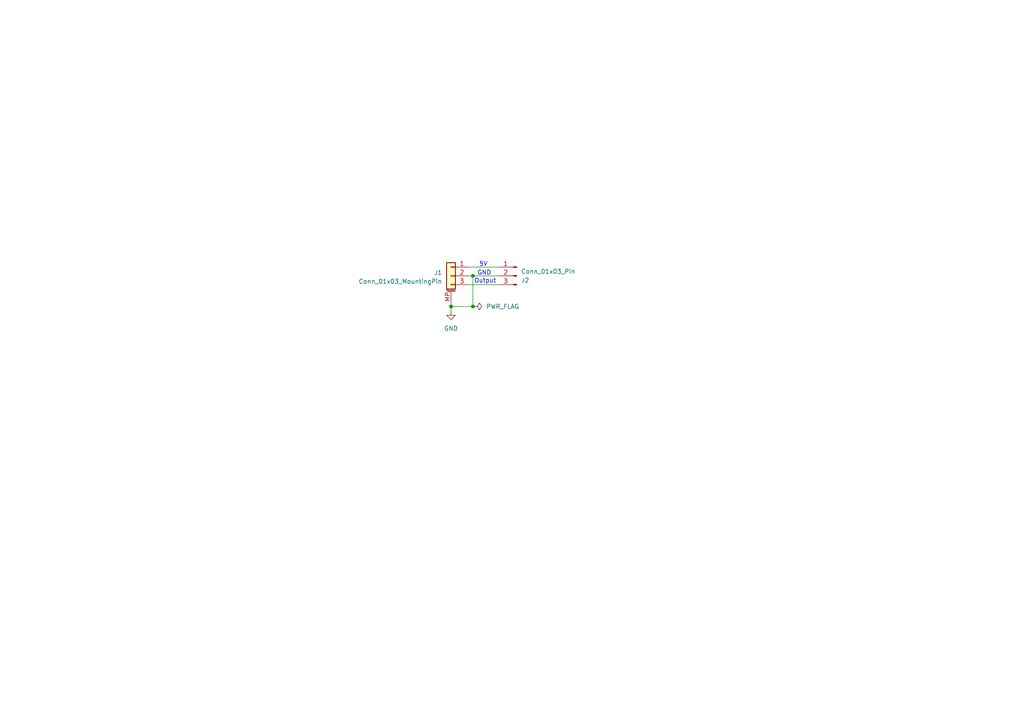
<source format=kicad_sch>
(kicad_sch (version 20231120) (generator "eeschema") (generator_version "8.0")
  (paper "A4")
  (lib_symbols
    (symbol "Connector:Conn_01x03_Pin" (pin_names (offset 1.016) hide)
      (property "Reference" "J" (at 0 5.08 0))
      (property "Value" "Conn_01x03_Pin" (at 0 -5.08 0))
      (symbol "Conn_01x03_Pin_1_1"
        (polyline (pts (xy 1.27 -2.54) (xy 0.8636 -2.54)) (stroke (width 0.1524)))
        (polyline (pts (xy 1.27 0) (xy 0.8636 0)) (stroke (width 0.1524)))
        (polyline (pts (xy 1.27 2.54) (xy 0.8636 2.54)) (stroke (width 0.1524)))
        (rectangle (start 0.8636 -2.413) (end 0 -2.667) (stroke (width 0.1524)) (fill (type outline)))
        (rectangle (start 0.8636 0.127) (end 0 -0.127) (stroke (width 0.1524)) (fill (type outline)))
        (rectangle (start 0.8636 2.667) (end 0 2.413) (stroke (width 0.1524)) (fill (type outline)))
        (pin passive line (at 5.08 2.54 180) (length 3.81) (name "Pin_1") (number "1"))
        (pin passive line (at 5.08 0 180) (length 3.81) (name "Pin_2") (number "2"))
        (pin passive line (at 5.08 -2.54 180) (length 3.81) (name "Pin_3") (number "3"))
      )
    )
    (symbol "Connector_Generic_MountingPin:Conn_01x03_MountingPin" (pin_names (offset 1.016) hide)
      (property "Reference" "J" (at 0 5.08 0))
      (property "Value" "Conn_01x03_MountingPin" (at 1.27 -5.08 0))
      (symbol "Conn_01x03_MountingPin_1_1"
        (rectangle (start -1.27 -2.413) (end 0 -2.667) (stroke (width 0.1524)))
        (rectangle (start -1.27 0.127) (end 0 -0.127) (stroke (width 0.1524)))
        (rectangle (start -1.27 2.667) (end 0 2.413) (stroke (width 0.1524)))
        (rectangle (start -1.27 3.81) (end 1.27 -3.81) (stroke (width 0.254)) (fill (type background)))
        (polyline (pts (xy -1.016 -4.572) (xy 1.016 -4.572)) (stroke (width 0.1524)))
        (text "Mounting" (at 0 -4.191 0) (effects (font (size 0.381 0.381))))
        (pin passive line (at -5.08 2.54 0) (length 3.81) (name "Pin_1") (number "1"))
        (pin passive line (at -5.08 0 0) (length 3.81) (name "Pin_2") (number "2"))
        (pin passive line (at -5.08 -2.54 0) (length 3.81) (name "Pin_3") (number "3"))
        (pin passive line (at 0 -7.62 90) (length 3.048) (name "MountPin") (number "MP"))
      )
    )
    (symbol "power:GND" (power) (pin_numbers hide) (pin_names (offset 0) hide)
      (property "Value" "GND" (at 0 -3.81 0))
      (symbol "GND_0_1"
        (polyline (pts (xy 0 0) (xy 0 -1.27) (xy 1.27 -1.27) (xy 0 -2.54) (xy -1.27 -1.27) (xy 0 -1.27)))
      )
      (symbol "GND_1_1"
        (pin power_in line (at 0 0 270) (length 0) (name "~") (number "1"))
      )
    )
    (symbol "power:PWR_FLAG" (power) (pin_numbers hide) (pin_names (offset 0) hide)
      (property "Value" "PWR_FLAG" (at 0 3.81 0))
      (symbol "PWR_FLAG_0_0"
        (pin power_out line (at 0 0 90) (length 0) (name "~") (number "1"))
      )
      (symbol "PWR_FLAG_0_1"
        (polyline (pts (xy 0 0) (xy 0 1.27) (xy -1.016 1.905) (xy 0 2.54) (xy 1.016 1.905) (xy 0 1.27)))
      )
    )
  )
  (junction (at 137.16 80.01))
  (junction (at 137.16 88.9))
  (junction (at 130.81 88.9))
  (wire (pts (xy 130.81 87.63) (xy 130.81 88.9)))
  (wire (pts (xy 130.81 88.9) (xy 130.81 90.17)))
  (wire (pts (xy 130.81 88.9) (xy 137.16 88.9)))
  (wire (pts (xy 135.89 82.55) (xy 144.78 82.55)))
  (wire (pts (xy 137.16 88.9) (xy 137.16 80.01)))
  (wire (pts (xy 137.16 80.01) (xy 144.78 80.01)))
  (wire (pts (xy 135.89 77.47) (xy 144.78 77.47)))
  (wire (pts (xy 135.89 80.01) (xy 137.16 80.01)))
  (text "GND" (at 140.462 79.248 0) (effects (font (size 1.27 1.27))))
  (text "Output\n" (at 140.716 81.534 0) (effects (font (size 1.27 1.27))))
  (text "5V" (at 140.208 76.708 0) (effects (font (size 1.27 1.27))))
  (symbol (lib_id "power:PWR_FLAG") (at 137.16 88.9 270) (unit 1)
    (property "Reference" "#FLG01" (effects (hide yes)))
    (property "Value" "PWR_FLAG" (at 140.97 88.8999 90) (effects (justify left)))
    (property "Description" "Special symbol for telling ERC where power comes from" (effects (hide yes)))
  )
  (symbol (lib_id "Connector:Conn_01x03_Pin") (at 149.86 80.01 0) (mirror y) (unit 1)
    (property "Reference" "J2" (at 151.13 81.2801 0) (effects (justify right)))
    (property "Value" "Conn_01x03_Pin" (at 151.13 78.7401 0) (effects (justify right)))
    (property "Footprint" "Package_TO_SOT_THT:TO-92_Inline" (effects (hide yes)))
    (property "Description" "Generic connector, single row, 01x03, script generated" (effects (hide yes)))
  )
  (symbol (lib_id "power:GND") (at 130.81 90.17 0) (unit 1)
    (property "Reference" "#PWR01" (effects (hide yes)))
    (property "Value" "GND" (at 130.81 95.25 0))
    (property "Description" "Power symbol creates a global label with name \"GND\" , ground" (effects (hide yes)))
  )
  (symbol (lib_id "Connector_Generic_MountingPin:Conn_01x03_MountingPin") (at 130.81 80.01 0) (mirror y) (unit 1)
    (property "Reference" "J1" (at 128.27 79.0955 0) (effects (justify left)))
    (property "Value" "Conn_01x03_MountingPin" (at 128.27 81.6355 0) (effects (justify left)))
    (property "Footprint" "Connector_JST:JST_GH_BM03B-GHS-TBT_1x03-1MP_P1.25mm_Vertical" (effects (hide yes)))
    (property "Description" "Generic connectable mounting pin connector, single row, 01x03, script generated (kicad-library-utils/schlib/autogen/connector/)" (effects (hide yes)))
  )
)
</source>
